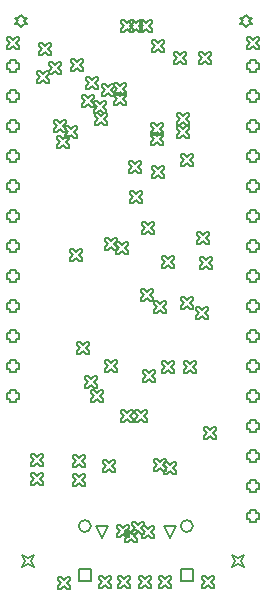
<source format=gbr>
%TF.GenerationSoftware,Altium Limited,Altium Designer,20.0.10 (225)*%
G04 Layer_Color=2752767*
%FSLAX26Y26*%
%MOIN*%
%TF.FileFunction,Drawing*%
%TF.Part,Single*%
G01*
G75*
%TA.AperFunction,NonConductor*%
%ADD64C,0.005000*%
%ADD107C,0.006667*%
D64*
X815827Y226063D02*
Y266063D01*
X855827D01*
Y226063D01*
X815827D01*
X475669D02*
Y266063D01*
X515669D01*
Y226063D01*
X475669D01*
X779528Y369764D02*
X759528Y409764D01*
X799528D01*
X779528Y369764D01*
X551968D02*
X531968Y409764D01*
X571968D01*
X551968Y369764D01*
X1031756Y2075173D02*
X1041756Y2085173D01*
X1051756D01*
X1041756Y2095173D01*
X1051756Y2105173D01*
X1041756D01*
X1031756Y2115173D01*
X1021756Y2105173D01*
X1011756D01*
X1021756Y2095173D01*
X1011756Y2085173D01*
X1021756D01*
X1031756Y2075173D01*
X281756D02*
X291756Y2085173D01*
X301756D01*
X291756Y2095173D01*
X301756Y2105173D01*
X291756D01*
X281756Y2115173D01*
X271756Y2105173D01*
X261756D01*
X271756Y2095173D01*
X261756Y2085173D01*
X271756D01*
X281756Y2075173D01*
X286756Y275173D02*
X296756Y295173D01*
X286756Y315173D01*
X306756Y305173D01*
X326756Y315173D01*
X316756Y295173D01*
X326756Y275173D01*
X306756Y285173D01*
X286756Y275173D01*
X986756D02*
X996756Y295173D01*
X986756Y315173D01*
X1006756Y305173D01*
X1026756Y315173D01*
X1016756Y295173D01*
X1026756Y275173D01*
X1006756Y285173D01*
X986756Y275173D01*
X1046756Y435173D02*
Y425173D01*
X1066756D01*
Y435173D01*
X1076756D01*
Y455173D01*
X1066756D01*
Y465173D01*
X1046756D01*
Y455173D01*
X1036756D01*
Y435173D01*
X1046756D01*
Y535173D02*
Y525173D01*
X1066756D01*
Y535173D01*
X1076756D01*
Y555173D01*
X1066756D01*
Y565173D01*
X1046756D01*
Y555173D01*
X1036756D01*
Y535173D01*
X1046756D01*
Y635173D02*
Y625173D01*
X1066756D01*
Y635173D01*
X1076756D01*
Y655173D01*
X1066756D01*
Y665173D01*
X1046756D01*
Y655173D01*
X1036756D01*
Y635173D01*
X1046756D01*
Y735173D02*
Y725173D01*
X1066756D01*
Y735173D01*
X1076756D01*
Y755173D01*
X1066756D01*
Y765173D01*
X1046756D01*
Y755173D01*
X1036756D01*
Y735173D01*
X1046756D01*
Y835173D02*
Y825173D01*
X1066756D01*
Y835173D01*
X1076756D01*
Y855173D01*
X1066756D01*
Y865173D01*
X1046756D01*
Y855173D01*
X1036756D01*
Y835173D01*
X1046756D01*
Y935173D02*
Y925173D01*
X1066756D01*
Y935173D01*
X1076756D01*
Y955173D01*
X1066756D01*
Y965173D01*
X1046756D01*
Y955173D01*
X1036756D01*
Y935173D01*
X1046756D01*
Y1035173D02*
Y1025173D01*
X1066756D01*
Y1035173D01*
X1076756D01*
Y1055173D01*
X1066756D01*
Y1065173D01*
X1046756D01*
Y1055173D01*
X1036756D01*
Y1035173D01*
X1046756D01*
Y1135173D02*
Y1125173D01*
X1066756D01*
Y1135173D01*
X1076756D01*
Y1155173D01*
X1066756D01*
Y1165173D01*
X1046756D01*
Y1155173D01*
X1036756D01*
Y1135173D01*
X1046756D01*
Y1235173D02*
Y1225173D01*
X1066756D01*
Y1235173D01*
X1076756D01*
Y1255173D01*
X1066756D01*
Y1265173D01*
X1046756D01*
Y1255173D01*
X1036756D01*
Y1235173D01*
X1046756D01*
Y1335173D02*
Y1325173D01*
X1066756D01*
Y1335173D01*
X1076756D01*
Y1355173D01*
X1066756D01*
Y1365173D01*
X1046756D01*
Y1355173D01*
X1036756D01*
Y1335173D01*
X1046756D01*
Y1435173D02*
Y1425173D01*
X1066756D01*
Y1435173D01*
X1076756D01*
Y1455173D01*
X1066756D01*
Y1465173D01*
X1046756D01*
Y1455173D01*
X1036756D01*
Y1435173D01*
X1046756D01*
Y1535173D02*
Y1525173D01*
X1066756D01*
Y1535173D01*
X1076756D01*
Y1555173D01*
X1066756D01*
Y1565173D01*
X1046756D01*
Y1555173D01*
X1036756D01*
Y1535173D01*
X1046756D01*
Y1635173D02*
Y1625173D01*
X1066756D01*
Y1635173D01*
X1076756D01*
Y1655173D01*
X1066756D01*
Y1665173D01*
X1046756D01*
Y1655173D01*
X1036756D01*
Y1635173D01*
X1046756D01*
Y1735173D02*
Y1725173D01*
X1066756D01*
Y1735173D01*
X1076756D01*
Y1755173D01*
X1066756D01*
Y1765173D01*
X1046756D01*
Y1755173D01*
X1036756D01*
Y1735173D01*
X1046756D01*
Y1835173D02*
Y1825173D01*
X1066756D01*
Y1835173D01*
X1076756D01*
Y1855173D01*
X1066756D01*
Y1865173D01*
X1046756D01*
Y1855173D01*
X1036756D01*
Y1835173D01*
X1046756D01*
Y1935173D02*
Y1925173D01*
X1066756D01*
Y1935173D01*
X1076756D01*
Y1955173D01*
X1066756D01*
Y1965173D01*
X1046756D01*
Y1955173D01*
X1036756D01*
Y1935173D01*
X1046756D01*
X246756Y835173D02*
Y825173D01*
X266756D01*
Y835173D01*
X276756D01*
Y855173D01*
X266756D01*
Y865173D01*
X246756D01*
Y855173D01*
X236756D01*
Y835173D01*
X246756D01*
Y935173D02*
Y925173D01*
X266756D01*
Y935173D01*
X276756D01*
Y955173D01*
X266756D01*
Y965173D01*
X246756D01*
Y955173D01*
X236756D01*
Y935173D01*
X246756D01*
Y1035173D02*
Y1025173D01*
X266756D01*
Y1035173D01*
X276756D01*
Y1055173D01*
X266756D01*
Y1065173D01*
X246756D01*
Y1055173D01*
X236756D01*
Y1035173D01*
X246756D01*
Y1135173D02*
Y1125173D01*
X266756D01*
Y1135173D01*
X276756D01*
Y1155173D01*
X266756D01*
Y1165173D01*
X246756D01*
Y1155173D01*
X236756D01*
Y1135173D01*
X246756D01*
Y1235173D02*
Y1225173D01*
X266756D01*
Y1235173D01*
X276756D01*
Y1255173D01*
X266756D01*
Y1265173D01*
X246756D01*
Y1255173D01*
X236756D01*
Y1235173D01*
X246756D01*
Y1335173D02*
Y1325173D01*
X266756D01*
Y1335173D01*
X276756D01*
Y1355173D01*
X266756D01*
Y1365173D01*
X246756D01*
Y1355173D01*
X236756D01*
Y1335173D01*
X246756D01*
Y1435173D02*
Y1425173D01*
X266756D01*
Y1435173D01*
X276756D01*
Y1455173D01*
X266756D01*
Y1465173D01*
X246756D01*
Y1455173D01*
X236756D01*
Y1435173D01*
X246756D01*
Y1535173D02*
Y1525173D01*
X266756D01*
Y1535173D01*
X276756D01*
Y1555173D01*
X266756D01*
Y1565173D01*
X246756D01*
Y1555173D01*
X236756D01*
Y1535173D01*
X246756D01*
Y1635173D02*
Y1625173D01*
X266756D01*
Y1635173D01*
X276756D01*
Y1655173D01*
X266756D01*
Y1665173D01*
X246756D01*
Y1655173D01*
X236756D01*
Y1635173D01*
X246756D01*
Y1735173D02*
Y1725173D01*
X266756D01*
Y1735173D01*
X276756D01*
Y1755173D01*
X266756D01*
Y1765173D01*
X246756D01*
Y1755173D01*
X236756D01*
Y1735173D01*
X246756D01*
Y1835173D02*
Y1825173D01*
X266756D01*
Y1835173D01*
X276756D01*
Y1855173D01*
X266756D01*
Y1865173D01*
X246756D01*
Y1855173D01*
X236756D01*
Y1835173D01*
X246756D01*
Y1935173D02*
Y1925173D01*
X266756D01*
Y1935173D01*
X276756D01*
Y1955173D01*
X266756D01*
Y1965173D01*
X246756D01*
Y1955173D01*
X236756D01*
Y1935173D01*
X246756D01*
X629464Y355841D02*
X639464D01*
X649464Y365841D01*
X659464Y355841D01*
X669464D01*
Y365841D01*
X659464Y375841D01*
X669464Y385841D01*
Y395841D01*
X659464D01*
X649464Y385841D01*
X639464Y395841D01*
X629464D01*
Y385841D01*
X639464Y375841D01*
X629464Y365841D01*
Y355841D01*
X448491Y1928509D02*
X458491D01*
X468491Y1938509D01*
X478491Y1928509D01*
X488491D01*
Y1938509D01*
X478491Y1948509D01*
X488491Y1958509D01*
Y1968509D01*
X478491D01*
X468491Y1958509D01*
X458491Y1968509D01*
X448491D01*
Y1958509D01*
X458491Y1948509D01*
X448491Y1938509D01*
Y1928509D01*
X336496Y1888080D02*
X346496D01*
X356496Y1898080D01*
X366496Y1888080D01*
X376496D01*
Y1898080D01*
X366496Y1908080D01*
X376496Y1918080D01*
Y1928080D01*
X366496D01*
X356496Y1918080D01*
X346496Y1928080D01*
X336496D01*
Y1918080D01*
X346496Y1908080D01*
X336496Y1898080D01*
Y1888080D01*
X376851Y1917930D02*
X386851D01*
X396851Y1927930D01*
X406851Y1917930D01*
X416851D01*
Y1927930D01*
X406851Y1937930D01*
X416851Y1947930D01*
Y1957930D01*
X406851D01*
X396851Y1947930D01*
X386851Y1957930D01*
X376851D01*
Y1947930D01*
X386851Y1937930D01*
X376851Y1927930D01*
Y1917930D01*
X615000Y2057000D02*
X625000D01*
X635000Y2067000D01*
X645000Y2057000D01*
X655000D01*
Y2067000D01*
X645000Y2077000D01*
X655000Y2087000D01*
Y2097000D01*
X645000D01*
X635000Y2087000D01*
X625000Y2097000D01*
X615000D01*
Y2087000D01*
X625000Y2077000D01*
X615000Y2067000D01*
Y2057000D01*
X678408Y2057043D02*
X688408D01*
X698408Y2067043D01*
X708408Y2057043D01*
X718408D01*
Y2067043D01*
X708408Y2077043D01*
X718408Y2087043D01*
Y2097043D01*
X708408D01*
X698408Y2087043D01*
X688408Y2097043D01*
X678408D01*
Y2087043D01*
X688408Y2077043D01*
X678408Y2067043D01*
Y2057043D01*
X720705Y1991811D02*
X730705D01*
X740705Y2001811D01*
X750705Y1991811D01*
X760705D01*
Y2001811D01*
X750705Y2011811D01*
X760705Y2021811D01*
Y2031811D01*
X750705D01*
X740705Y2021811D01*
X730705Y2031811D01*
X720705D01*
Y2021811D01*
X730705Y2011811D01*
X720705Y2001811D01*
Y1991811D01*
X529987Y1748987D02*
X539987D01*
X549987Y1758987D01*
X559987Y1748987D01*
X569987D01*
Y1758987D01*
X559987Y1768987D01*
X569987Y1778987D01*
Y1788987D01*
X559987D01*
X549987Y1778987D01*
X539987Y1788987D01*
X529987D01*
Y1778987D01*
X539987Y1768987D01*
X529987Y1758987D01*
Y1748987D01*
X525685Y1787105D02*
X535685D01*
X545685Y1797105D01*
X555685Y1787105D01*
X565685D01*
Y1797105D01*
X555685Y1807105D01*
X565685Y1817105D01*
Y1827105D01*
X555685D01*
X545685Y1817105D01*
X535685Y1827105D01*
X525685D01*
Y1817105D01*
X535685Y1807105D01*
X525685Y1797105D01*
Y1787105D01*
X592953Y1849094D02*
X602953D01*
X612953Y1859094D01*
X622953Y1849094D01*
X632953D01*
Y1859094D01*
X622953Y1869094D01*
X632953Y1879094D01*
Y1889094D01*
X622953D01*
X612953Y1879094D01*
X602953Y1889094D01*
X592953D01*
Y1879094D01*
X602953Y1869094D01*
X592953Y1859094D01*
Y1849094D01*
X592952Y1815266D02*
X602952D01*
X612952Y1825266D01*
X622952Y1815266D01*
X632952D01*
Y1825266D01*
X622952Y1835266D01*
X632952Y1845266D01*
Y1855266D01*
X622952D01*
X612952Y1845266D01*
X602952Y1855266D01*
X592952D01*
Y1845266D01*
X602952Y1835266D01*
X592952Y1825266D01*
Y1815266D01*
X485899Y1808656D02*
X495899D01*
X505899Y1818656D01*
X515899Y1808656D01*
X525899D01*
Y1818656D01*
X515899Y1828656D01*
X525899Y1838656D01*
Y1848656D01*
X515899D01*
X505899Y1838656D01*
X495899Y1848656D01*
X485899D01*
Y1838656D01*
X495899Y1828656D01*
X485899Y1818656D01*
Y1808656D01*
X498701Y1866811D02*
X508701D01*
X518701Y1876811D01*
X528701Y1866811D01*
X538701D01*
Y1876811D01*
X528701Y1886811D01*
X538701Y1896811D01*
Y1906811D01*
X528701D01*
X518701Y1896811D01*
X508701Y1906811D01*
X498701D01*
Y1896811D01*
X508701Y1886811D01*
X498701Y1876811D01*
Y1866811D01*
X392599Y1725465D02*
X402599D01*
X412599Y1735465D01*
X422599Y1725465D01*
X432599D01*
Y1735465D01*
X422599Y1745465D01*
X432599Y1755465D01*
Y1765465D01*
X422599D01*
X412599Y1755465D01*
X402599Y1765465D01*
X392599D01*
Y1755465D01*
X402599Y1745465D01*
X392599Y1735465D01*
Y1725465D01*
X645355Y2056581D02*
X655355D01*
X665355Y2066581D01*
X675355Y2056581D01*
X685355D01*
Y2066581D01*
X675355Y2076581D01*
X685355Y2086581D01*
Y2096581D01*
X675355D01*
X665355Y2086581D01*
X655355Y2096581D01*
X645355D01*
Y2086581D01*
X655355Y2076581D01*
X645355Y2066581D01*
Y2056581D01*
X686504Y371961D02*
X696504D01*
X706504Y381961D01*
X716504Y371961D01*
X726504D01*
Y381961D01*
X716504Y391961D01*
X726504Y401961D01*
Y411961D01*
X716504D01*
X706504Y401961D01*
X696504Y411961D01*
X686504D01*
Y401961D01*
X696504Y391961D01*
X686504Y381961D01*
Y371961D01*
X601751Y373382D02*
X611751D01*
X621751Y383382D01*
X631751Y373382D01*
X641751D01*
Y383382D01*
X631751Y393382D01*
X641751Y403382D01*
Y413382D01*
X631751D01*
X621751Y403382D01*
X611751Y413382D01*
X601751D01*
Y403382D01*
X611751Y393382D01*
X601751Y383382D01*
Y373382D01*
X653000Y384000D02*
X663000D01*
X673000Y394000D01*
X683000Y384000D01*
X693000D01*
Y394000D01*
X683000Y404000D01*
X693000Y414000D01*
Y424000D01*
X683000D01*
X673000Y414000D01*
X663000Y424000D01*
X653000D01*
Y414000D01*
X663000Y404000D01*
X653000Y394000D01*
Y384000D01*
X496217Y871994D02*
X506217D01*
X516217Y881994D01*
X526217Y871994D01*
X536217D01*
Y881994D01*
X526217Y891994D01*
X536217Y901994D01*
Y911994D01*
X526217D01*
X516217Y901994D01*
X506217Y911994D01*
X496217D01*
Y901994D01*
X506217Y891994D01*
X496217Y881994D01*
Y871994D01*
X428819Y1704409D02*
X438819D01*
X448819Y1714409D01*
X458819Y1704409D01*
X468819D01*
Y1714409D01*
X458819Y1724409D01*
X468819Y1734409D01*
Y1744409D01*
X458819D01*
X448819Y1734409D01*
X438819Y1744409D01*
X428819D01*
Y1734409D01*
X438819Y1724409D01*
X428819Y1714409D01*
Y1704409D01*
X554207Y1844925D02*
X564207D01*
X574207Y1854925D01*
X584207Y1844925D01*
X594207D01*
Y1854925D01*
X584207Y1864925D01*
X594207Y1874925D01*
Y1884925D01*
X584207D01*
X574207Y1874925D01*
X564207Y1884925D01*
X554207D01*
Y1874925D01*
X564207Y1864925D01*
X554207Y1854925D01*
Y1844925D01*
X801662Y1704409D02*
X811662D01*
X821662Y1714409D01*
X831662Y1704409D01*
X841662D01*
Y1714409D01*
X831662Y1724409D01*
X841662Y1734409D01*
Y1744409D01*
X831662D01*
X821662Y1734409D01*
X811662Y1744409D01*
X801662D01*
Y1734409D01*
X811662Y1724409D01*
X801662Y1714409D01*
Y1704409D01*
X446541Y1293858D02*
X456541D01*
X466541Y1303858D01*
X476541Y1293858D01*
X486541D01*
Y1303858D01*
X476541Y1313858D01*
X486541Y1323858D01*
Y1333858D01*
X476541D01*
X466541Y1323858D01*
X456541Y1333858D01*
X446541D01*
Y1323858D01*
X456541Y1313858D01*
X446541Y1303858D01*
Y1293858D01*
X886056Y202737D02*
X896056D01*
X906056Y212737D01*
X916056Y202737D01*
X926056D01*
Y212737D01*
X916056Y222737D01*
X926056Y232737D01*
Y242737D01*
X916056D01*
X906056Y232737D01*
X896056Y242737D01*
X886056D01*
Y232737D01*
X896056Y222737D01*
X886056Y212737D01*
Y202737D01*
X407355Y201318D02*
X417355D01*
X427355Y211318D01*
X437355Y201318D01*
X447355D01*
Y211318D01*
X437355Y221318D01*
X447355Y231318D01*
Y241318D01*
X437355D01*
X427355Y231318D01*
X417355Y241318D01*
X407355D01*
Y231318D01*
X417355Y221318D01*
X407355Y211318D01*
Y201318D01*
X743442Y202737D02*
X753442D01*
X763442Y212737D01*
X773442Y202737D01*
X783442D01*
Y212737D01*
X773442Y222737D01*
X783442Y232737D01*
Y242737D01*
X773442D01*
X763442Y232737D01*
X753442Y242737D01*
X743442D01*
Y232737D01*
X753442Y222737D01*
X743442Y212737D01*
Y202737D01*
X677264D02*
X687264D01*
X697264Y212737D01*
X707264Y202737D01*
X717264D01*
Y212737D01*
X707264Y222737D01*
X717264Y232737D01*
Y242737D01*
X707264D01*
X697264Y232737D01*
X687264Y242737D01*
X677264D01*
Y232737D01*
X687264Y222737D01*
X677264Y212737D01*
Y202737D01*
X607058D02*
X617058D01*
X627058Y212737D01*
X637058Y202737D01*
X647058D01*
Y212737D01*
X637058Y222737D01*
X647058Y232737D01*
Y242737D01*
X637058D01*
X627058Y232737D01*
X617058Y242737D01*
X607058D01*
Y232737D01*
X617058Y222737D01*
X607058Y212737D01*
Y202737D01*
X543717D02*
X553717D01*
X563717Y212737D01*
X573717Y202737D01*
X583717D01*
Y212737D01*
X573717Y222737D01*
X583717Y232737D01*
Y242737D01*
X573717D01*
X563717Y232737D01*
X553717Y242737D01*
X543717D01*
Y232737D01*
X553717Y222737D01*
X543717Y212737D01*
Y202737D01*
X689832Y889216D02*
X699832D01*
X709832Y899216D01*
X719832Y889216D01*
X729832D01*
Y899216D01*
X719832Y909216D01*
X729832Y919216D01*
Y929216D01*
X719832D01*
X709832Y919216D01*
X699832Y929216D01*
X689832D01*
Y919216D01*
X699832Y909216D01*
X689832Y899216D01*
Y889216D01*
X468437Y983940D02*
X478437D01*
X488437Y993940D01*
X498437Y983940D01*
X508437D01*
Y993940D01*
X498437Y1003940D01*
X508437Y1013940D01*
Y1023940D01*
X498437D01*
X488437Y1013940D01*
X478437Y1023940D01*
X468437D01*
Y1013940D01*
X478437Y1003940D01*
X468437Y993940D01*
Y983940D01*
X683035Y1161259D02*
X693035D01*
X703035Y1171259D01*
X713035Y1161259D01*
X723035D01*
Y1171259D01*
X713035Y1181259D01*
X723035Y1191259D01*
Y1201259D01*
X713035D01*
X703035Y1191259D01*
X693035Y1201259D01*
X683035D01*
Y1191259D01*
X693035Y1181259D01*
X683035Y1171259D01*
Y1161259D01*
X894367Y702009D02*
X904367D01*
X914367Y712009D01*
X924367Y702009D01*
X934367D01*
Y712009D01*
X924367Y722009D01*
X934367Y732009D01*
Y742009D01*
X924367D01*
X914367Y732009D01*
X904367Y742009D01*
X894367D01*
Y732009D01*
X904367Y722009D01*
X894367Y712009D01*
Y702009D01*
X454877Y543201D02*
X464877D01*
X474877Y553201D01*
X484877Y543201D01*
X494877D01*
Y553201D01*
X484877Y563201D01*
X494877Y573201D01*
Y583201D01*
X484877D01*
X474877Y573201D01*
X464877Y583201D01*
X454877D01*
Y573201D01*
X464877Y563201D01*
X454877Y553201D01*
Y543201D01*
X455180Y607974D02*
X465180D01*
X475180Y617974D01*
X485180Y607974D01*
X495180D01*
Y617974D01*
X485180Y627974D01*
X495180Y637974D01*
Y647974D01*
X485180D01*
X475180Y637974D01*
X465180Y647974D01*
X455180D01*
Y637974D01*
X465180Y627974D01*
X455180Y617974D01*
Y607974D01*
X554803Y590587D02*
X564803D01*
X574803Y600587D01*
X584803Y590587D01*
X594803D01*
Y600587D01*
X584803Y610587D01*
X594803Y620587D01*
Y630587D01*
X584803D01*
X574803Y620587D01*
X564803Y630587D01*
X554803D01*
Y620587D01*
X564803Y610587D01*
X554803Y600587D01*
Y590587D01*
X761308Y585381D02*
X771308D01*
X781308Y595381D01*
X791308Y585381D01*
X801308D01*
Y595381D01*
X791308Y605381D01*
X801308Y615381D01*
Y625381D01*
X791308D01*
X781308Y615381D01*
X771308Y625381D01*
X761308D01*
Y615381D01*
X771308Y605381D01*
X761308Y595381D01*
Y585381D01*
X826890Y919967D02*
X836890D01*
X846890Y929967D01*
X856890Y919967D01*
X866890D01*
Y929967D01*
X856890Y939967D01*
X866890Y949967D01*
Y959967D01*
X856890D01*
X846890Y949967D01*
X836890Y959967D01*
X826890D01*
Y949967D01*
X836890Y939967D01*
X826890Y929967D01*
Y919967D01*
X753619D02*
X763619D01*
X773619Y929967D01*
X783619Y919967D01*
X793619D01*
Y929967D01*
X783619Y939967D01*
X793619Y949967D01*
Y959967D01*
X783619D01*
X773619Y949967D01*
X763619Y959967D01*
X753619D01*
Y949967D01*
X763619Y939967D01*
X753619Y929967D01*
Y919967D01*
X725705Y1120862D02*
X735705D01*
X745705Y1130862D01*
X755705Y1120862D01*
X765705D01*
Y1130862D01*
X755705Y1140862D01*
X765705Y1150862D01*
Y1160862D01*
X755705D01*
X745705Y1150862D01*
X735705Y1160862D01*
X725705D01*
Y1150862D01*
X735705Y1140862D01*
X725705Y1130862D01*
Y1120862D01*
X867893Y1101505D02*
X877893D01*
X887893Y1111505D01*
X897893Y1101505D01*
X907893D01*
Y1111505D01*
X897893Y1121505D01*
X907893Y1131505D01*
Y1141505D01*
X897893D01*
X887893Y1131505D01*
X877893Y1141505D01*
X867893D01*
Y1131505D01*
X877893Y1121505D01*
X867893Y1111505D01*
Y1101505D01*
X599729Y1318214D02*
X609729D01*
X619729Y1328214D01*
X629729Y1318214D01*
X639729D01*
Y1328214D01*
X629729Y1338214D01*
X639729Y1348214D01*
Y1358214D01*
X629729D01*
X619729Y1348214D01*
X609729Y1358214D01*
X599729D01*
Y1348214D01*
X609729Y1338214D01*
X599729Y1328214D01*
Y1318214D01*
X685168Y1384321D02*
X695168D01*
X705168Y1394321D01*
X715168Y1384321D01*
X725168D01*
Y1394321D01*
X715168Y1404321D01*
X725168Y1414321D01*
Y1424321D01*
X715168D01*
X705168Y1414321D01*
X695168Y1424321D01*
X685168D01*
Y1414321D01*
X695168Y1404321D01*
X685168Y1394321D01*
Y1384321D01*
X562677Y925173D02*
X572677D01*
X582677Y935173D01*
X592677Y925173D01*
X602677D01*
Y935173D01*
X592677Y945173D01*
X602677Y955173D01*
Y965173D01*
X592677D01*
X582677Y955173D01*
X572677Y965173D01*
X562677D01*
Y955173D01*
X572677Y945173D01*
X562677Y935173D01*
Y925173D01*
X514839Y824075D02*
X524839D01*
X534839Y834075D01*
X544839Y824075D01*
X554839D01*
Y834075D01*
X544839Y844075D01*
X554839Y854075D01*
Y864075D01*
X544839D01*
X534839Y854075D01*
X524839Y864075D01*
X514839D01*
Y854075D01*
X524839Y844075D01*
X514839Y834075D01*
Y824075D01*
X342598Y1980000D02*
X352598D01*
X362598Y1990000D01*
X372598Y1980000D01*
X382598D01*
Y1990000D01*
X372598Y2000000D01*
X382598Y2010000D01*
Y2020000D01*
X372598D01*
X362598Y2010000D01*
X352598Y2020000D01*
X342598D01*
Y2010000D01*
X352598Y2000000D01*
X342598Y1990000D01*
Y1980000D01*
X664451Y756971D02*
X674451D01*
X684451Y766971D01*
X694451Y756971D01*
X704451D01*
Y766971D01*
X694451Y776971D01*
X704451Y786971D01*
Y796971D01*
X694451D01*
X684451Y786971D01*
X674451Y796971D01*
X664451D01*
Y786971D01*
X674451Y776971D01*
X664451Y766971D01*
Y756971D01*
X617795D02*
X627795D01*
X637795Y766971D01*
X647795Y756971D01*
X657795D01*
Y766971D01*
X647795Y776971D01*
X657795Y786971D01*
Y796971D01*
X647795D01*
X637795Y786971D01*
X627795Y796971D01*
X617795D01*
Y786971D01*
X627795Y776971D01*
X617795Y766971D01*
Y756971D01*
X725811Y593838D02*
X735811D01*
X745811Y603838D01*
X755811Y593838D01*
X765811D01*
Y603838D01*
X755811Y613838D01*
X765811Y623838D01*
Y633838D01*
X755811D01*
X745811Y623838D01*
X735811Y633838D01*
X725811D01*
Y623838D01*
X735811Y613838D01*
X725811Y603838D01*
Y593838D01*
X562677Y1330173D02*
X572677D01*
X582677Y1340173D01*
X592677Y1330173D01*
X602677D01*
Y1340173D01*
X592677Y1350173D01*
X602677Y1360173D01*
Y1370173D01*
X592677D01*
X582677Y1360173D01*
X572677Y1370173D01*
X562677D01*
Y1360173D01*
X572677Y1350173D01*
X562677Y1340173D01*
Y1330173D01*
X645204Y1487429D02*
X655204D01*
X665204Y1497429D01*
X675204Y1487429D01*
X685204D01*
Y1497429D01*
X675204Y1507429D01*
X685204Y1517429D01*
Y1527429D01*
X675204D01*
X665204Y1517429D01*
X655204Y1527429D01*
X645204D01*
Y1517429D01*
X655204Y1507429D01*
X645204Y1497429D01*
Y1487429D01*
X720705Y1571088D02*
X730705D01*
X740705Y1581088D01*
X750705Y1571088D01*
X760705D01*
Y1581088D01*
X750705Y1591088D01*
X760705Y1601088D01*
Y1611088D01*
X750705D01*
X740705Y1601088D01*
X730705Y1611088D01*
X720705D01*
Y1601088D01*
X730705Y1591088D01*
X720705Y1581088D01*
Y1571088D01*
X817902Y1133662D02*
X827902D01*
X837902Y1143662D01*
X847902Y1133662D01*
X857902D01*
Y1143662D01*
X847902Y1153662D01*
X857902Y1163662D01*
Y1173662D01*
X847902D01*
X837902Y1163662D01*
X827902Y1173662D01*
X817902D01*
Y1163662D01*
X827902Y1153662D01*
X817902Y1143662D01*
Y1133662D01*
X879588Y1268846D02*
X889588D01*
X899588Y1278846D01*
X909588Y1268846D01*
X919588D01*
Y1278846D01*
X909588Y1288846D01*
X919588Y1298846D01*
Y1308846D01*
X909588D01*
X899588Y1298846D01*
X889588Y1308846D01*
X879588D01*
Y1298846D01*
X889588Y1288846D01*
X879588Y1278846D01*
Y1268846D01*
X317520Y545886D02*
X327520D01*
X337520Y555886D01*
X347520Y545886D01*
X357520D01*
Y555886D01*
X347520Y565886D01*
X357520Y575886D01*
Y585886D01*
X347520D01*
X337520Y575886D01*
X327520Y585886D01*
X317520D01*
Y575886D01*
X327520Y565886D01*
X317520Y555886D01*
Y545886D01*
Y609823D02*
X327520D01*
X337520Y619823D01*
X347520Y609823D01*
X357520D01*
Y619823D01*
X347520Y629823D01*
X357520Y639823D01*
Y649823D01*
X347520D01*
X337520Y639823D01*
X327520Y649823D01*
X317520D01*
Y639823D01*
X327520Y629823D01*
X317520Y619823D01*
Y609823D01*
X644134Y1586299D02*
X654134D01*
X664134Y1596299D01*
X674134Y1586299D01*
X684134D01*
Y1596299D01*
X674134Y1606299D01*
X684134Y1616299D01*
Y1626299D01*
X674134D01*
X664134Y1616299D01*
X654134Y1626299D01*
X644134D01*
Y1616299D01*
X654134Y1606299D01*
X644134Y1596299D01*
Y1586299D01*
X715792Y1681929D02*
X725792D01*
X735792Y1691929D01*
X745792Y1681929D01*
X755792D01*
Y1691929D01*
X745792Y1701929D01*
X755792Y1711929D01*
Y1721929D01*
X745792D01*
X735792Y1711929D01*
X725792Y1721929D01*
X715792D01*
Y1711929D01*
X725792Y1701929D01*
X715792Y1691929D01*
Y1681929D01*
X752329Y1271585D02*
X762329D01*
X772329Y1281585D01*
X782329Y1271585D01*
X792329D01*
Y1281585D01*
X782329Y1291585D01*
X792329Y1301585D01*
Y1311585D01*
X782329D01*
X772329Y1301585D01*
X762329Y1311585D01*
X752329D01*
Y1301585D01*
X762329Y1291585D01*
X752329Y1281585D01*
Y1271585D01*
X868977Y1349710D02*
X878977D01*
X888977Y1359710D01*
X898977Y1349710D01*
X908977D01*
Y1359710D01*
X898977Y1369710D01*
X908977Y1379710D01*
Y1389710D01*
X898977D01*
X888977Y1379710D01*
X878977Y1389710D01*
X868977D01*
Y1379710D01*
X878977Y1369710D01*
X868977Y1359710D01*
Y1349710D01*
X817902Y1611299D02*
X827902D01*
X837902Y1621299D01*
X847902Y1611299D01*
X857902D01*
Y1621299D01*
X847902Y1631299D01*
X857902Y1641299D01*
Y1651299D01*
X847902D01*
X837902Y1641299D01*
X827902Y1651299D01*
X817902D01*
Y1641299D01*
X827902Y1631299D01*
X817902Y1621299D01*
Y1611299D01*
X715792Y1712760D02*
X725792D01*
X735792Y1722760D01*
X745792Y1712760D01*
X755792D01*
Y1722760D01*
X745792Y1732760D01*
X755792Y1742760D01*
Y1752760D01*
X745792D01*
X735792Y1742760D01*
X725792Y1752760D01*
X715792D01*
Y1742760D01*
X725792Y1732760D01*
X715792Y1722760D01*
Y1712760D01*
X236756Y2001654D02*
X246756D01*
X256756Y2011654D01*
X266756Y2001654D01*
X276756D01*
Y2011654D01*
X266756Y2021654D01*
X276756Y2031654D01*
Y2041654D01*
X266756D01*
X256756Y2031654D01*
X246756Y2041654D01*
X236756D01*
Y2031654D01*
X246756Y2021654D01*
X236756Y2011654D01*
Y2001654D01*
X1036756Y1999685D02*
X1046756D01*
X1056756Y2009685D01*
X1066756Y1999685D01*
X1076756D01*
Y2009685D01*
X1066756Y2019685D01*
X1076756Y2029685D01*
Y2039685D01*
X1066756D01*
X1056756Y2029685D01*
X1046756Y2039685D01*
X1036756D01*
Y2029685D01*
X1046756Y2019685D01*
X1036756Y2009685D01*
Y1999685D01*
X875420Y1950473D02*
X885420D01*
X895420Y1960473D01*
X905420Y1950473D01*
X915420D01*
Y1960473D01*
X905420Y1970473D01*
X915420Y1980473D01*
Y1990473D01*
X905420D01*
X895420Y1980473D01*
X885420Y1990473D01*
X875420D01*
Y1980473D01*
X885420Y1970473D01*
X875420Y1960473D01*
Y1950473D01*
X801662Y1748618D02*
X811662D01*
X821662Y1758618D01*
X831662Y1748618D01*
X841662D01*
Y1758618D01*
X831662Y1768618D01*
X841662Y1778618D01*
Y1788618D01*
X831662D01*
X821662Y1778618D01*
X811662Y1788618D01*
X801662D01*
Y1778618D01*
X811662Y1768618D01*
X801662Y1758618D01*
Y1748618D01*
X402244Y1669961D02*
X412244D01*
X422244Y1679961D01*
X432244Y1669961D01*
X442244D01*
Y1679961D01*
X432244Y1689961D01*
X442244Y1699961D01*
Y1709961D01*
X432244D01*
X422244Y1699961D01*
X412244Y1709961D01*
X402244D01*
Y1699961D01*
X412244Y1689961D01*
X402244Y1679961D01*
Y1669961D01*
X792992Y1950473D02*
X802992D01*
X812992Y1960473D01*
X822992Y1950473D01*
X832992D01*
Y1960473D01*
X822992Y1970473D01*
X832992Y1980473D01*
Y1990473D01*
X822992D01*
X812992Y1980473D01*
X802992Y1990473D01*
X792992D01*
Y1980473D01*
X802992Y1970473D01*
X792992Y1960473D01*
Y1950473D01*
D107*
X855827Y410630D02*
G03*
X855827Y410630I-20000J0D01*
G01*
X515669D02*
G03*
X515669Y410630I-20000J0D01*
G01*
%TF.MD5,67545e1f5b48d4d302fd14becb5cf66d*%
M02*

</source>
